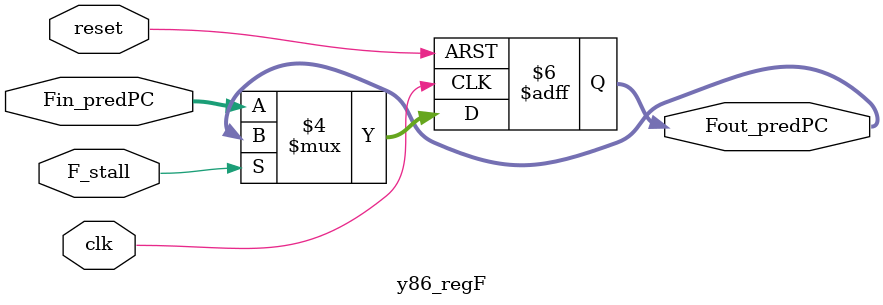
<source format=v>
module y86_regF (clk, reset,    // clock
                F_stall, Fin_predPC,  // input
                Fout_predPC);   // output
    input           clk, reset;
    input           F_stall;
    input   [31:0]  Fin_predPC;

    output  [31:0]  Fout_predPC;
    reg     [31:0]  Fout_predPC;

    always @ (posedge clk or negedge reset) begin
        if (reset == 0) begin
            Fout_predPC <= 31'b0;
        end else begin
            if (F_stall == 0) begin
                Fout_predPC <= Fin_predPC;
            end
        end
    end
endmodule // y86_regF

</source>
